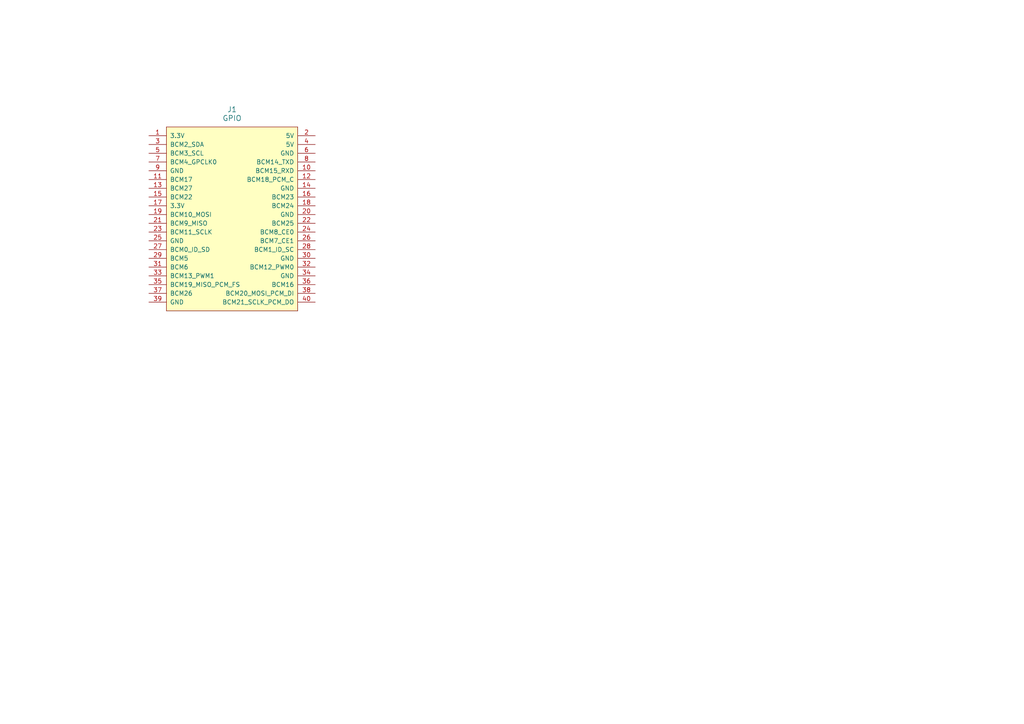
<source format=kicad_sch>
(kicad_sch (version 20231120) (generator "eeschema") (generator_version "8.0")
  (paper "A4")
  (lib_symbols
    (symbol "ch:RPi_GPIO" (pin_names (offset 1.016))
      (property "Reference" "J1" (at -16.51 27.94 0))
      (property "Value" "RPi_GPIO" (at 0 27.94 0))
      (symbol "RPi_GPIO_1_1"
        (rectangle (start -19.05 26.67) (end 19.05 -26.67) (fill (type background)))
        (pin power_in line (at -24.13 24.13 0) (length 5.08) (name "3.3V") (number "1"))
        (pin bidirectional line (at 24.13 13.97 180) (length 5.08) (name "BCM15_RXD") (number "10"))
        (pin bidirectional line (at -24.13 11.43 0) (length 5.08) (name "BCM17") (number "11"))
        (pin bidirectional line (at 24.13 11.43 180) (length 5.08) (name "BCM18_PCM_C") (number "12"))
        (pin bidirectional line (at -24.13 8.89 0) (length 5.08) (name "BCM27") (number "13"))
        (pin power_in line (at 24.13 8.89 180) (length 5.08) (name "GND") (number "14"))
        (pin bidirectional line (at -24.13 6.35 0) (length 5.08) (name "BCM22") (number "15"))
        (pin bidirectional line (at 24.13 6.35 180) (length 5.08) (name "BCM23") (number "16"))
        (pin power_in line (at -24.13 3.81 0) (length 5.08) (name "3.3V") (number "17"))
        (pin bidirectional line (at 24.13 3.81 180) (length 5.08) (name "BCM24") (number "18"))
        (pin bidirectional line (at -24.13 1.27 0) (length 5.08) (name "BCM10_MOSI") (number "19"))
        (pin power_in line (at 24.13 24.13 180) (length 5.08) (name "5V") (number "2"))
        (pin power_in line (at 24.13 1.27 180) (length 5.08) (name "GND") (number "20"))
        (pin bidirectional line (at -24.13 -1.27 0) (length 5.08) (name "BCM9_MISO") (number "21"))
        (pin bidirectional line (at 24.13 -1.27 180) (length 5.08) (name "BCM25") (number "22"))
        (pin bidirectional line (at -24.13 -3.81 0) (length 5.08) (name "BCM11_SCLK") (number "23"))
        (pin bidirectional line (at 24.13 -3.81 180) (length 5.08) (name "BCM8_CE0") (number "24"))
        (pin power_in line (at -24.13 -6.35 0) (length 5.08) (name "GND") (number "25"))
        (pin bidirectional line (at 24.13 -6.35 180) (length 5.08) (name "BCM7_CE1") (number "26"))
        (pin bidirectional line (at -24.13 -8.89 0) (length 5.08) (name "BCM0_ID_SD") (number "27"))
        (pin bidirectional line (at 24.13 -8.89 180) (length 5.08) (name "BCM1_ID_SC") (number "28"))
        (pin bidirectional line (at -24.13 -11.43 0) (length 5.08) (name "BCM5") (number "29"))
        (pin bidirectional line (at -24.13 21.59 0) (length 5.08) (name "BCM2_SDA") (number "3"))
        (pin power_in line (at 24.13 -11.43 180) (length 5.08) (name "GND") (number "30"))
        (pin bidirectional line (at -24.13 -13.97 0) (length 5.08) (name "BCM6") (number "31"))
        (pin bidirectional line (at 24.13 -13.97 180) (length 5.08) (name "BCM12_PWM0") (number "32"))
        (pin bidirectional line (at -24.13 -16.51 0) (length 5.08) (name "BCM13_PWM1") (number "33"))
        (pin power_in line (at 24.13 -16.51 180) (length 5.08) (name "GND") (number "34"))
        (pin bidirectional line (at -24.13 -19.05 0) (length 5.08) (name "BCM19_MISO_PCM_FS") (number "35"))
        (pin bidirectional line (at 24.13 -19.05 180) (length 5.08) (name "BCM16") (number "36"))
        (pin bidirectional line (at -24.13 -21.59 0) (length 5.08) (name "BCM26") (number "37"))
        (pin bidirectional line (at 24.13 -21.59 180) (length 5.08) (name "BCM20_MOSI_PCM_DI") (number "38"))
        (pin power_in line (at -24.13 -24.13 0) (length 5.08) (name "GND") (number "39"))
        (pin power_in line (at 24.13 21.59 180) (length 5.08) (name "5V") (number "4"))
        (pin bidirectional line (at 24.13 -24.13 180) (length 5.08) (name "BCM21_SCLK_PCM_DO") (number "40"))
        (pin bidirectional line (at -24.13 19.05 0) (length 5.08) (name "BCM3_SCL") (number "5"))
        (pin power_in line (at 24.13 19.05 180) (length 5.08) (name "GND") (number "6"))
        (pin bidirectional line (at -24.13 16.51 0) (length 5.08) (name "BCM4_GPCLK0") (number "7"))
        (pin bidirectional line (at 24.13 16.51 180) (length 5.08) (name "BCM14_TXD") (number "8"))
        (pin power_in line (at -24.13 13.97 0) (length 5.08) (name "GND") (number "9"))
      )
    )
  )
  (symbol (lib_id "ch:RPi_GPIO") (at 67.31 63.5 0) (unit 1)
    (property "Reference" "J1" (at 67.31 31.75 0) (effects (font (size 1.524 1.524))))
    (property "Value" "GPIO" (at 67.31 34.29 0) (effects (font (size 1.524 1.524))))
    (property "Footprint" "ch:Harwin M20-7812045" (effects (hide yes)))
    (property "Description" "Generic connector, double row, 02x20, odd/even pin numbering scheme (row 1 odd numbers, row 2 even numbers), script generated (kicad-library-utils/schlib/autogen/connector/)" (effects (hide yes)))
  )
)
</source>
